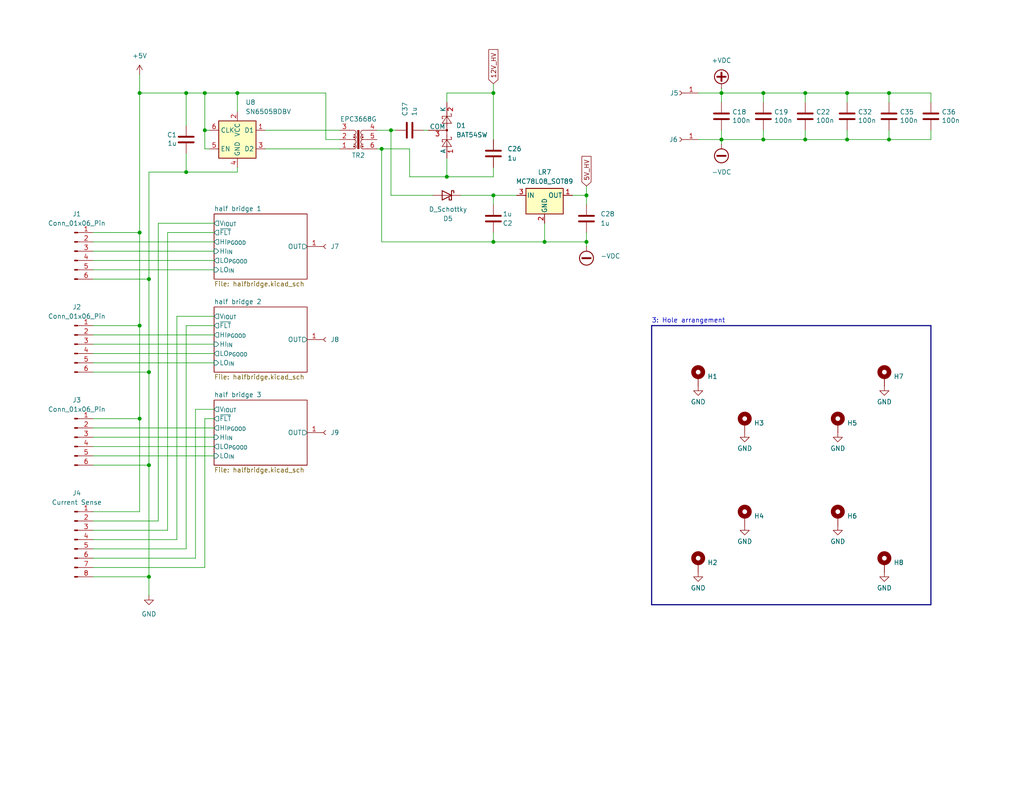
<source format=kicad_sch>
(kicad_sch (version 20231120) (generator "eeschema") (generator_version "8.0")
  (paper "A")
  (lib_symbols
    (symbol "Connector:Conn_01x01_Socket" (pin_names (offset 1.016) hide)
      (property "Reference" "J" (at 0 2.54 0))
      (property "Value" "Conn_01x01_Socket" (at 0 -2.54 0))
      (symbol "Conn_01x01_Socket_1_1"
        (polyline (pts (xy -1.27 0) (xy -0.508 0)) (stroke (width 0.1524)))
        (arc (start 0 0.508) (mid -0.5058 0) (end 0 -0.508) (stroke (width 0.1524)))
        (pin passive line (at -5.08 0 0) (length 3.81) (name "Pin_1") (number "1"))
      )
    )
    (symbol "Connector:Conn_01x06_Pin" (pin_names (offset 1.016) hide)
      (property "Reference" "J" (at 0 7.62 0))
      (property "Value" "Conn_01x06_Pin" (at 0 -10.16 0))
      (symbol "Conn_01x06_Pin_1_1"
        (polyline (pts (xy 1.27 -7.62) (xy 0.8636 -7.62)) (stroke (width 0.1524)))
        (polyline (pts (xy 1.27 -5.08) (xy 0.8636 -5.08)) (stroke (width 0.1524)))
        (polyline (pts (xy 1.27 -2.54) (xy 0.8636 -2.54)) (stroke (width 0.1524)))
        (polyline (pts (xy 1.27 0) (xy 0.8636 0)) (stroke (width 0.1524)))
        (polyline (pts (xy 1.27 2.54) (xy 0.8636 2.54)) (stroke (width 0.1524)))
        (polyline (pts (xy 1.27 5.08) (xy 0.8636 5.08)) (stroke (width 0.1524)))
        (rectangle (start 0.8636 -7.493) (end 0 -7.747) (stroke (width 0.1524)) (fill (type outline)))
        (rectangle (start 0.8636 -4.953) (end 0 -5.207) (stroke (width 0.1524)) (fill (type outline)))
        (rectangle (start 0.8636 -2.413) (end 0 -2.667) (stroke (width 0.1524)) (fill (type outline)))
        (rectangle (start 0.8636 0.127) (end 0 -0.127) (stroke (width 0.1524)) (fill (type outline)))
        (rectangle (start 0.8636 2.667) (end 0 2.413) (stroke (width 0.1524)) (fill (type outline)))
        (rectangle (start 0.8636 5.207) (end 0 4.953) (stroke (width 0.1524)) (fill (type outline)))
        (pin passive line (at 5.08 5.08 180) (length 3.81) (name "Pin_1") (number "1"))
        (pin passive line (at 5.08 2.54 180) (length 3.81) (name "Pin_2") (number "2"))
        (pin passive line (at 5.08 0 180) (length 3.81) (name "Pin_3") (number "3"))
        (pin passive line (at 5.08 -2.54 180) (length 3.81) (name "Pin_4") (number "4"))
        (pin passive line (at 5.08 -5.08 180) (length 3.81) (name "Pin_5") (number "5"))
        (pin passive line (at 5.08 -7.62 180) (length 3.81) (name "Pin_6") (number "6"))
      )
    )
    (symbol "Connector:Conn_01x08_Pin" (pin_names (offset 1.016) hide)
      (property "Reference" "J" (at 0 10.16 0))
      (property "Value" "Conn_01x08_Pin" (at 0 -12.7 0))
      (symbol "Conn_01x08_Pin_1_1"
        (polyline (pts (xy 1.27 -10.16) (xy 0.8636 -10.16)) (stroke (width 0.1524)))
        (polyline (pts (xy 1.27 -7.62) (xy 0.8636 -7.62)) (stroke (width 0.1524)))
        (polyline (pts (xy 1.27 -5.08) (xy 0.8636 -5.08)) (stroke (width 0.1524)))
        (polyline (pts (xy 1.27 -2.54) (xy 0.8636 -2.54)) (stroke (width 0.1524)))
        (polyline (pts (xy 1.27 0) (xy 0.8636 0)) (stroke (width 0.1524)))
        (polyline (pts (xy 1.27 2.54) (xy 0.8636 2.54)) (stroke (width 0.1524)))
        (polyline (pts (xy 1.27 5.08) (xy 0.8636 5.08)) (stroke (width 0.1524)))
        (polyline (pts (xy 1.27 7.62) (xy 0.8636 7.62)) (stroke (width 0.1524)))
        (rectangle (start 0.8636 -10.033) (end 0 -10.287) (stroke (width 0.1524)) (fill (type outline)))
        (rectangle (start 0.8636 -7.493) (end 0 -7.747) (stroke (width 0.1524)) (fill (type outline)))
        (rectangle (start 0.8636 -4.953) (end 0 -5.207) (stroke (width 0.1524)) (fill (type outline)))
        (rectangle (start 0.8636 -2.413) (end 0 -2.667) (stroke (width 0.1524)) (fill (type outline)))
        (rectangle (start 0.8636 0.127) (end 0 -0.127) (stroke (width 0.1524)) (fill (type outline)))
        (rectangle (start 0.8636 2.667) (end 0 2.413) (stroke (width 0.1524)) (fill (type outline)))
        (rectangle (start 0.8636 5.207) (end 0 4.953) (stroke (width 0.1524)) (fill (type outline)))
        (rectangle (start 0.8636 7.747) (end 0 7.493) (stroke (width 0.1524)) (fill (type outline)))
        (pin passive line (at 5.08 7.62 180) (length 3.81) (name "Pin_1") (number "1"))
        (pin passive line (at 5.08 5.08 180) (length 3.81) (name "Pin_2") (number "2"))
        (pin passive line (at 5.08 2.54 180) (length 3.81) (name "Pin_3") (number "3"))
        (pin passive line (at 5.08 0 180) (length 3.81) (name "Pin_4") (number "4"))
        (pin passive line (at 5.08 -2.54 180) (length 3.81) (name "Pin_5") (number "5"))
        (pin passive line (at 5.08 -5.08 180) (length 3.81) (name "Pin_6") (number "6"))
        (pin passive line (at 5.08 -7.62 180) (length 3.81) (name "Pin_7") (number "7"))
        (pin passive line (at 5.08 -10.16 180) (length 3.81) (name "Pin_8") (number "8"))
      )
    )
    (symbol "Device:C" (pin_numbers hide) (pin_names (offset 0.254))
      (property "Reference" "C" (at 0.635 2.54 0))
      (property "Value" "C" (at 0.635 -2.54 0))
      (symbol "C_0_1"
        (polyline (pts (xy -2.032 -0.762) (xy 2.032 -0.762)) (stroke (width 0.508)))
        (polyline (pts (xy -2.032 0.762) (xy 2.032 0.762)) (stroke (width 0.508)))
      )
      (symbol "C_1_1"
        (pin passive line (at 0 3.81 270) (length 2.794) (name "~") (number "1"))
        (pin passive line (at 0 -3.81 90) (length 2.794) (name "~") (number "2"))
      )
    )
    (symbol "Device:D_Schottky" (pin_numbers hide) (pin_names (offset 1.016) hide)
      (property "Reference" "D" (at 0 2.54 0))
      (property "Value" "D_Schottky" (at 0 -2.54 0))
      (symbol "D_Schottky_0_1"
        (polyline (pts (xy 1.27 0) (xy -1.27 0)))
        (polyline (pts (xy 1.27 1.27) (xy 1.27 -1.27) (xy -1.27 0) (xy 1.27 1.27)) (stroke (width 0.254)))
        (polyline (pts (xy -1.905 0.635) (xy -1.905 1.27) (xy -1.27 1.27) (xy -1.27 -1.27) (xy -0.635 -1.27) (xy -0.635 -0.635)) (stroke (width 0.254)))
      )
      (symbol "D_Schottky_1_1"
        (pin passive line (at -3.81 0 0) (length 2.54) (name "K") (number "1"))
        (pin passive line (at 3.81 0 180) (length 2.54) (name "A") (number "2"))
      )
    )
    (symbol "Diode:BAT54SW" (pin_names (offset 0))
      (property "Reference" "D" (at 0.635 -3.81 0))
      (property "Value" "BAT54SW" (at -6.35 3.175 0))
      (symbol "BAT54SW_0_1"
        (polyline (pts (xy -3.81 0) (xy -1.27 0)))
        (polyline (pts (xy -3.175 -1.27) (xy -3.175 -1.016)))
        (polyline (pts (xy -2.54 -1.27) (xy -3.175 -1.27)))
        (polyline (pts (xy -2.54 -1.27) (xy -2.54 1.27)))
        (polyline (pts (xy -2.54 1.27) (xy -1.905 1.27)))
        (polyline (pts (xy -1.905 0) (xy 1.905 0)))
        (polyline (pts (xy -1.905 1.27) (xy -1.905 1.016)))
        (polyline (pts (xy 1.27 0) (xy 3.81 0)))
        (polyline (pts (xy 3.175 -1.27) (xy 3.175 -1.016)))
        (polyline (pts (xy 3.81 -1.27) (xy 3.175 -1.27)))
        (polyline (pts (xy 3.81 -1.27) (xy 3.81 1.27)))
        (polyline (pts (xy 3.81 1.27) (xy 4.445 1.27)))
        (polyline (pts (xy 4.445 1.27) (xy 4.445 1.016)))
        (polyline (pts (xy -4.445 1.27) (xy -4.445 -1.27) (xy -2.54 0) (xy -4.445 1.27)))
        (polyline (pts (xy 1.905 1.27) (xy 1.905 -1.27) (xy 3.81 0) (xy 1.905 1.27)))
        (circle (center 0 0) (radius 0.254) (fill (type outline)))
      )
      (symbol "BAT54SW_1_1"
        (pin passive line (at -7.62 0 0) (length 3.81) (name "A") (number "1"))
        (pin passive line (at 7.62 0 180) (length 3.81) (name "K") (number "2"))
        (pin passive line (at 0 -5.08 90) (length 5.08) (name "COM") (number "3"))
      )
    )
    (symbol "Mechanical:MountingHole_Pad" (pin_numbers hide) (pin_names (offset 1.016) hide) (exclude_from_sim yes) (in_bom no)
      (property "Reference" "H" (at 0 6.35 0))
      (property "Value" "MountingHole_Pad" (at 0 4.445 0))
      (symbol "MountingHole_Pad_0_1"
        (circle (center 0 1.27) (radius 1.27) (stroke (width 1.27)))
      )
      (symbol "MountingHole_Pad_1_1"
        (pin input line (at 0 -2.54 90) (length 2.54) (name "1") (number "1"))
      )
    )
    (symbol "Power_Management:SN6505BDBV"
      (property "Reference" "U" (at -5.08 6.35 0))
      (property "Value" "SN6505BDBV" (at 7.62 6.35 0))
      (symbol "SN6505BDBV_0_1"
        (rectangle (start -5.08 5.08) (end 5.08 -5.08) (stroke (width 0.254)) (fill (type background)))
      )
      (symbol "SN6505BDBV_1_1"
        (pin open_collector line (at 7.62 2.54 180) (length 2.54) (name "D1") (number "1"))
        (pin power_in line (at 0 7.62 270) (length 2.54) (name "VCC") (number "2"))
        (pin open_collector line (at 7.62 -2.54 180) (length 2.54) (name "D2") (number "3"))
        (pin power_in line (at 0 -7.62 90) (length 2.54) (name "GND") (number "4"))
        (pin input line (at -7.62 -2.54 0) (length 2.54) (name "EN") (number "5"))
        (pin input line (at -7.62 2.54 0) (length 2.54) (name "CLK") (number "6"))
      )
    )
    (symbol "Regulator_Linear:MC78L08_SOT89" (pin_names (offset 0.254))
      (property "Reference" "U" (at -3.81 3.175 0))
      (property "Value" "MC78L08_SOT89" (at -0.635 3.175 0))
      (symbol "MC78L08_SOT89_0_1"
        (rectangle (start -5.08 1.905) (end 5.08 -5.08) (stroke (width 0.254)) (fill (type background)))
      )
      (symbol "MC78L08_SOT89_1_1"
        (pin power_out line (at 7.62 0 180) (length 2.54) (name "OUT") (number "1"))
        (pin power_in line (at 0 -7.62 90) (length 2.54) (name "GND") (number "2"))
        (pin power_in line (at -7.62 0 0) (length 2.54) (name "IN") (number "3"))
      )
    )
    (symbol "Transformer:Wuerth_750315371"
      (property "Reference" "TR" (at 0 5.08 0))
      (property "Value" "Wuerth_750315371" (at 0 -5.08 0))
      (symbol "Wuerth_750315371_0_1"
        (arc (start -1.27 -2.54) (mid -0.6377 -1.905) (end -1.27 -1.27))
        (arc (start -1.27 -1.27) (mid -0.6377 -0.635) (end -1.27 0))
        (rectangle (start -0.254 2.54) (end 0.254 -2.54) (stroke (width 0.0254)) (fill (type outline)))
        (polyline (pts (xy -2.54 -2.54) (xy -1.27 -2.54)))
        (polyline (pts (xy -2.54 0) (xy -1.27 0)))
        (polyline (pts (xy -2.54 2.54) (xy -1.27 2.54)))
        (polyline (pts (xy 1.27 -2.54) (xy 2.54 -2.54)))
        (polyline (pts (xy 1.27 0) (xy 2.54 0)))
        (polyline (pts (xy 1.27 2.54) (xy 2.54 2.54)))
      )
      (symbol "Wuerth_750315371_1_1"
        (arc (start -1.27 0) (mid -0.6377 0.635) (end -1.27 1.27))
        (arc (start -1.27 1.27) (mid -0.6377 1.905) (end -1.27 2.54))
        (circle (center -1.143 -0.635) (radius 0.127) (stroke (width 0.254)))
        (circle (center -1.143 1.905) (radius 0.127) (stroke (width 0.254)))
        (circle (center 1.143 -0.635) (radius 0.127) (stroke (width 0.254)))
        (circle (center 1.143 1.905) (radius 0.127) (stroke (width 0.254)))
        (arc (start 1.27 -1.27) (mid 0.6377 -1.905) (end 1.27 -2.54))
        (arc (start 1.27 0) (mid 0.6377 -0.635) (end 1.27 -1.27))
        (arc (start 1.27 1.27) (mid 0.6377 0.635) (end 1.27 0))
        (arc (start 1.27 2.54) (mid 0.6377 1.905) (end 1.27 1.27))
        (pin passive line (at -5.08 2.54 0) (length 2.54) (name "~") (number "1"))
        (pin passive line (at -5.08 0 0) (length 2.54) (name "~") (number "2"))
        (pin passive line (at -5.08 -2.54 0) (length 2.54) (name "~") (number "3"))
        (pin passive line (at 5.08 -2.54 180) (length 2.54) (name "~") (number "4"))
        (pin passive line (at 5.08 0 180) (length 2.54) (name "~") (number "5"))
        (pin passive line (at 5.08 2.54 180) (length 2.54) (name "~") (number "6"))
      )
    )
    (symbol "power:+5V" (power) (pin_numbers hide) (pin_names (offset 0) hide)
      (property "Value" "+5V" (at 0 3.556 0))
      (symbol "+5V_0_1"
        (polyline (pts (xy -0.762 1.27) (xy 0 2.54)))
        (polyline (pts (xy 0 0) (xy 0 2.54)))
        (polyline (pts (xy 0 2.54) (xy 0.762 1.27)))
      )
      (symbol "+5V_1_1"
        (pin power_in line (at 0 0 90) (length 0) (name "~") (number "1"))
      )
    )
    (symbol "power:+VDC" (power) (pin_numbers hide) (pin_names (offset 0) hide)
      (property "Value" "+VDC" (at 0 6.35 0))
      (symbol "+VDC_0_1"
        (polyline (pts (xy -1.143 3.175) (xy 1.143 3.175)) (stroke (width 0.508)))
        (polyline (pts (xy 0 0) (xy 0 1.27)))
        (polyline (pts (xy 0 2.032) (xy 0 4.318)) (stroke (width 0.508)))
        (circle (center 0 3.175) (radius 1.905) (stroke (width 0.254)))
      )
      (symbol "+VDC_1_1"
        (pin power_in line (at 0 0 90) (length 0) (name "~") (number "1"))
      )
    )
    (symbol "power:-VDC" (power) (pin_numbers hide) (pin_names (offset 0) hide)
      (property "Value" "-VDC" (at 0 6.35 0))
      (symbol "-VDC_0_1"
        (polyline (pts (xy -1.143 3.175) (xy 1.143 3.175)) (stroke (width 0.508)))
        (polyline (pts (xy 0 0) (xy 0 1.27)))
        (circle (center 0 3.175) (radius 1.905) (stroke (width 0.254)))
      )
      (symbol "-VDC_1_1"
        (pin power_in line (at 0 0 90) (length 0) (name "~") (number "1"))
      )
    )
    (symbol "power:GND" (power) (pin_numbers hide) (pin_names (offset 0) hide)
      (property "Value" "GND" (at 0 -3.81 0))
      (symbol "GND_0_1"
        (polyline (pts (xy 0 0) (xy 0 -1.27) (xy 1.27 -1.27) (xy 0 -2.54) (xy -1.27 -1.27) (xy 0 -1.27)))
      )
      (symbol "GND_1_1"
        (pin power_in line (at 0 0 270) (length 0) (name "~") (number "1"))
      )
    )
  )
  (junction (at 242.57 25.4))
  (junction (at 231.14 25.4))
  (junction (at 40.64 157.48))
  (junction (at 38.1 88.9))
  (junction (at 38.1 25.4))
  (junction (at 50.8 46.99))
  (junction (at 196.85 38.1))
  (junction (at 134.62 25.4))
  (junction (at 160.02 53.34))
  (junction (at 219.71 25.4))
  (junction (at 55.88 25.4))
  (junction (at 64.77 25.4))
  (junction (at 196.85 25.4))
  (junction (at 208.28 25.4))
  (junction (at 160.02 66.04))
  (junction (at 219.71 38.1))
  (junction (at 106.68 35.56))
  (junction (at 231.14 38.1))
  (junction (at 40.64 76.2))
  (junction (at 134.62 53.34))
  (junction (at 55.88 35.56))
  (junction (at 121.92 48.26))
  (junction (at 38.1 114.3))
  (junction (at 38.1 63.5))
  (junction (at 134.62 66.04))
  (junction (at 40.64 127))
  (junction (at 104.14 40.64))
  (junction (at 242.57 38.1))
  (junction (at 40.64 101.6))
  (junction (at 148.59 66.04))
  (junction (at 208.28 38.1))
  (junction (at 50.8 25.4))
  (wire (pts (xy 254 27.94) (xy 254 25.4)))
  (wire (pts (xy 160.02 63.5) (xy 160.02 66.04)))
  (wire (pts (xy 25.4 71.12) (xy 58.42 71.12)))
  (wire (pts (xy 38.1 63.5) (xy 38.1 88.9)))
  (wire (pts (xy 25.4 144.78) (xy 45.72 144.78)))
  (wire (pts (xy 231.14 25.4) (xy 242.57 25.4)))
  (wire (pts (xy 231.14 35.56) (xy 231.14 38.1)))
  (wire (pts (xy 25.4 116.84) (xy 58.42 116.84)))
  (wire (pts (xy 50.8 88.9) (xy 50.8 149.86)))
  (wire (pts (xy 50.8 46.99) (xy 64.77 46.99)))
  (wire (pts (xy 134.62 63.5) (xy 134.62 66.04)))
  (wire (pts (xy 25.4 73.66) (xy 58.42 73.66)))
  (wire (pts (xy 160.02 50.8) (xy 160.02 53.34)))
  (wire (pts (xy 208.28 38.1) (xy 219.71 38.1)))
  (wire (pts (xy 104.14 40.64) (xy 104.14 66.04)))
  (wire (pts (xy 242.57 35.56) (xy 242.57 38.1)))
  (wire (pts (xy 64.77 45.72) (xy 64.77 46.99)))
  (wire (pts (xy 121.92 27.94) (xy 121.92 25.4)))
  (wire (pts (xy 25.4 88.9) (xy 38.1 88.9)))
  (wire (pts (xy 53.34 111.76) (xy 58.42 111.76)))
  (wire (pts (xy 104.14 40.64) (xy 111.76 40.64)))
  (wire (pts (xy 111.76 40.64) (xy 111.76 48.26)))
  (wire (pts (xy 38.1 139.7) (xy 25.4 139.7)))
  (wire (pts (xy 40.64 76.2) (xy 25.4 76.2)))
  (wire (pts (xy 25.4 119.38) (xy 58.42 119.38)))
  (wire (pts (xy 242.57 25.4) (xy 254 25.4)))
  (wire (pts (xy 55.88 35.56) (xy 55.88 25.4)))
  (wire (pts (xy 121.92 25.4) (xy 134.62 25.4)))
  (wire (pts (xy 45.72 63.5) (xy 58.42 63.5)))
  (wire (pts (xy 57.15 35.56) (xy 55.88 35.56)))
  (wire (pts (xy 48.26 86.36) (xy 48.26 147.32)))
  (wire (pts (xy 196.85 25.4) (xy 196.85 27.94)))
  (wire (pts (xy 219.71 25.4) (xy 219.71 27.94)))
  (bus (pts (xy 254 165.1) (xy 254 88.9)))
  (wire (pts (xy 40.64 157.48) (xy 40.64 162.56)))
  (wire (pts (xy 48.26 86.36) (xy 58.42 86.36)))
  (wire (pts (xy 58.42 114.3) (xy 55.88 114.3)))
  (wire (pts (xy 125.73 53.34) (xy 134.62 53.34)))
  (wire (pts (xy 88.9 38.1) (xy 88.9 25.4)))
  (wire (pts (xy 40.64 127) (xy 40.64 101.6)))
  (wire (pts (xy 43.18 60.96) (xy 58.42 60.96)))
  (wire (pts (xy 231.14 38.1) (xy 242.57 38.1)))
  (wire (pts (xy 134.62 25.4) (xy 134.62 38.1)))
  (wire (pts (xy 242.57 38.1) (xy 254 38.1)))
  (wire (pts (xy 25.4 68.58) (xy 58.42 68.58)))
  (wire (pts (xy 55.88 114.3) (xy 55.88 154.94)))
  (wire (pts (xy 208.28 35.56) (xy 208.28 38.1)))
  (bus (pts (xy 177.8 165.1) (xy 254 165.1)))
  (wire (pts (xy 102.87 40.64) (xy 104.14 40.64)))
  (wire (pts (xy 106.68 35.56) (xy 107.95 35.56)))
  (wire (pts (xy 160.02 66.04) (xy 160.02 67.31)))
  (bus (pts (xy 254 88.9) (xy 177.8 88.9)))
  (wire (pts (xy 38.1 114.3) (xy 38.1 139.7)))
  (wire (pts (xy 64.77 25.4) (xy 64.77 30.48)))
  (wire (pts (xy 25.4 127) (xy 40.64 127)))
  (wire (pts (xy 50.8 25.4) (xy 55.88 25.4)))
  (wire (pts (xy 134.62 66.04) (xy 148.59 66.04)))
  (wire (pts (xy 88.9 38.1) (xy 92.71 38.1)))
  (wire (pts (xy 40.64 157.48) (xy 40.64 127)))
  (wire (pts (xy 25.4 121.92) (xy 58.42 121.92)))
  (wire (pts (xy 38.1 88.9) (xy 38.1 114.3)))
  (wire (pts (xy 160.02 53.34) (xy 160.02 55.88)))
  (wire (pts (xy 88.9 25.4) (xy 64.77 25.4)))
  (wire (pts (xy 25.4 152.4) (xy 53.34 152.4)))
  (wire (pts (xy 134.62 45.72) (xy 134.62 48.26)))
  (wire (pts (xy 219.71 38.1) (xy 231.14 38.1)))
  (wire (pts (xy 25.4 91.44) (xy 58.42 91.44)))
  (wire (pts (xy 25.4 93.98) (xy 58.42 93.98)))
  (wire (pts (xy 38.1 25.4) (xy 38.1 63.5)))
  (wire (pts (xy 25.4 154.94) (xy 55.88 154.94)))
  (wire (pts (xy 219.71 35.56) (xy 219.71 38.1)))
  (wire (pts (xy 40.64 46.99) (xy 50.8 46.99)))
  (wire (pts (xy 25.4 66.04) (xy 58.42 66.04)))
  (wire (pts (xy 25.4 99.06) (xy 58.42 99.06)))
  (wire (pts (xy 55.88 25.4) (xy 64.77 25.4)))
  (wire (pts (xy 134.62 53.34) (xy 134.62 55.88)))
  (wire (pts (xy 190.5 38.1) (xy 196.85 38.1)))
  (wire (pts (xy 50.8 41.91) (xy 50.8 46.99)))
  (wire (pts (xy 219.71 25.4) (xy 231.14 25.4)))
  (wire (pts (xy 72.39 35.56) (xy 92.71 35.56)))
  (wire (pts (xy 72.39 40.64) (xy 92.71 40.64)))
  (wire (pts (xy 196.85 24.13) (xy 196.85 25.4)))
  (wire (pts (xy 115.57 35.56) (xy 116.84 35.56)))
  (wire (pts (xy 40.64 76.2) (xy 40.64 46.99)))
  (wire (pts (xy 196.85 38.1) (xy 196.85 39.37)))
  (wire (pts (xy 148.59 66.04) (xy 160.02 66.04)))
  (wire (pts (xy 242.57 27.94) (xy 242.57 25.4)))
  (wire (pts (xy 40.64 76.2) (xy 40.64 101.6)))
  (wire (pts (xy 57.15 40.64) (xy 55.88 40.64)))
  (wire (pts (xy 196.85 35.56) (xy 196.85 38.1)))
  (wire (pts (xy 208.28 25.4) (xy 208.28 27.94)))
  (wire (pts (xy 208.28 38.1) (xy 196.85 38.1)))
  (wire (pts (xy 50.8 25.4) (xy 50.8 34.29)))
  (wire (pts (xy 45.72 63.5) (xy 45.72 144.78)))
  (wire (pts (xy 25.4 96.52) (xy 58.42 96.52)))
  (wire (pts (xy 190.5 25.4) (xy 196.85 25.4)))
  (wire (pts (xy 38.1 25.4) (xy 50.8 25.4)))
  (wire (pts (xy 156.21 53.34) (xy 160.02 53.34)))
  (wire (pts (xy 148.59 60.96) (xy 148.59 66.04)))
  (wire (pts (xy 40.64 101.6) (xy 25.4 101.6)))
  (wire (pts (xy 38.1 20.32) (xy 38.1 25.4)))
  (wire (pts (xy 25.4 142.24) (xy 43.18 142.24)))
  (wire (pts (xy 102.87 35.56) (xy 106.68 35.56)))
  (wire (pts (xy 111.76 48.26) (xy 121.92 48.26)))
  (wire (pts (xy 53.34 111.76) (xy 53.34 152.4)))
  (bus (pts (xy 177.8 88.9) (xy 177.8 165.1)))
  (wire (pts (xy 50.8 88.9) (xy 58.42 88.9)))
  (wire (pts (xy 55.88 35.56) (xy 55.88 40.64)))
  (wire (pts (xy 134.62 53.34) (xy 140.97 53.34)))
  (wire (pts (xy 40.64 157.48) (xy 25.4 157.48)))
  (wire (pts (xy 208.28 25.4) (xy 196.85 25.4)))
  (wire (pts (xy 106.68 53.34) (xy 106.68 35.56)))
  (wire (pts (xy 106.68 53.34) (xy 118.11 53.34)))
  (wire (pts (xy 25.4 114.3) (xy 38.1 114.3)))
  (wire (pts (xy 104.14 66.04) (xy 134.62 66.04)))
  (wire (pts (xy 25.4 63.5) (xy 38.1 63.5)))
  (wire (pts (xy 25.4 124.46) (xy 58.42 124.46)))
  (wire (pts (xy 231.14 25.4) (xy 231.14 27.94)))
  (wire (pts (xy 25.4 147.32) (xy 48.26 147.32)))
  (wire (pts (xy 208.28 25.4) (xy 219.71 25.4)))
  (wire (pts (xy 43.18 60.96) (xy 43.18 142.24)))
  (wire (pts (xy 254 35.56) (xy 254 38.1)))
  (wire (pts (xy 134.62 22.86) (xy 134.62 25.4)))
  (wire (pts (xy 121.92 48.26) (xy 134.62 48.26)))
  (wire (pts (xy 121.92 43.18) (xy 121.92 48.26)))
  (wire (pts (xy 25.4 149.86) (xy 50.8 149.86)))
  (text "3: Hole arrangement" (at 177.8 87.63 0) (effects (font (size 1.27 1.27)) (justify left)))
  (global_label "12V_HV" (shape input) (at 134.62 22.86 90) (property "Intersheetrefs" "${INTERSHEET_REFS}" (effects (hide yes))))
  (global_label "5V_HV" (shape input) (at 160.02 50.8 90) (property "Intersheetrefs" "${INTERSHEET_REFS}" (effects (hide yes))))
  (symbol (lib_id "power:GND") (at 203.2 143.51 0) (unit 1)
    (property "Reference" "#PWR024" (effects (hide yes)))
    (property "Value" "GND" (at 203.2 147.828 0))
    (property "Description" "Power symbol creates a global label with name \"GND\" , ground" (effects (hide yes)))
  )
  (symbol (lib_id "Power_Management:SN6505BDBV") (at 64.77 38.1 0) (unit 1)
    (property "Reference" "U8" (at 66.9641 27.94 0) (effects (justify left)))
    (property "Value" "SN6505BDBV" (at 66.9641 30.48 0) (effects (justify left)))
    (property "Footprint" "Package_TO_SOT_SMD:SOT-23-6" (effects (hide yes)))
    (property "Datasheet" "http://www.ti.com/lit/ds/symlink/sn6505b.pdf" (effects (hide yes)))
    (property "Description" "Low Noise, 1A, Transformer Drivers for Isolated Power Supplies, 420 kHz, SOT-23-6" (effects (hide yes)))
  )
  (symbol (lib_id "power:-VDC") (at 196.85 39.37 180) (unit 1)
    (property "Reference" "#PWR029" (effects (hide yes)))
    (property "Value" "-VDC" (at 196.85 46.99 0))
    (property "Description" "Power symbol creates a global label with name \"-VDC\"" (effects (hide yes)))
  )
  (symbol (lib_id "Device:D_Schottky") (at 121.92 53.34 0) (mirror y) (unit 1)
    (property "Reference" "D5" (at 122.2375 59.69 0))
    (property "Value" "D_Schottky" (at 122.2375 57.15 0))
    (property "Footprint" "Diode_SMD:D_SOD-123" (effects (hide yes)))
    (property "Description" "Schottky diode" (effects (hide yes)))
  )
  (symbol (lib_id "Mechanical:MountingHole_Pad") (at 190.5 153.67 0) (unit 1)
    (property "Reference" "H2" (at 193.04 153.5938 0) (effects (justify left)))
    (property "Value" "MountingHole_Pad" (effects (hide yes)))
    (property "Footprint" "MountingHole:MountingHole_3.2mm_M3_Pad_Via" (effects (hide yes)))
  )
  (symbol (lib_id "Mechanical:MountingHole_Pad") (at 190.5 102.87 0) (unit 1)
    (property "Reference" "H1" (at 193.04 102.7938 0) (effects (justify left)))
    (property "Value" "MountingHole_Pad" (effects (hide yes)))
    (property "Footprint" "MountingHole:MountingHole_3.2mm_M3_Pad_Via" (effects (hide yes)))
  )
  (symbol (lib_id "Mechanical:MountingHole_Pad") (at 241.3 153.67 0) (unit 1)
    (property "Reference" "H8" (at 243.84 153.5938 0) (effects (justify left)))
    (property "Value" "MountingHole_Pad" (effects (hide yes)))
    (property "Footprint" "MountingHole:MountingHole_3.2mm_M3_Pad_Via" (effects (hide yes)))
  )
  (symbol (lib_id "Device:C") (at 196.85 31.75 180) (unit 1)
    (property "Reference" "C18" (at 199.771 30.5816 0) (effects (justify right)))
    (property "Value" "100n" (at 199.771 32.893 0) (effects (justify right)))
    (property "Footprint" "Capacitor_SMD:C_1812_4532Metric" (effects (hide yes)))
  )
  (symbol (lib_id "power:+5V") (at 38.1 20.32 0) (unit 1)
    (property "Reference" "#PWR046" (effects (hide yes)))
    (property "Value" "+5V" (at 38.1 15.24 0))
    (property "Description" "Power symbol creates a global label with name \"+5V\"" (effects (hide yes)))
  )
  (symbol (lib_id "power:-VDC") (at 160.02 67.31 180) (unit 1)
    (property "Reference" "#PWR047" (effects (hide yes)))
    (property "Value" "-VDC" (at 163.83 69.9134 0) (effects (justify right)))
    (property "Description" "Power symbol creates a global label with name \"-VDC\"" (effects (hide yes)))
  )
  (symbol (lib_id "Device:C") (at 219.71 31.75 180) (unit 1)
    (property "Reference" "C22" (at 222.631 30.5816 0) (effects (justify right)))
    (property "Value" "100n" (at 222.631 32.893 0) (effects (justify right)))
    (property "Footprint" "Capacitor_SMD:C_1812_4532Metric" (effects (hide yes)))
  )
  (symbol (lib_id "Device:C") (at 208.28 31.75 180) (unit 1)
    (property "Reference" "C19" (at 211.201 30.5816 0) (effects (justify right)))
    (property "Value" "100n" (at 211.201 32.893 0) (effects (justify right)))
    (property "Footprint" "Capacitor_SMD:C_1812_4532Metric" (effects (hide yes)))
  )
  (symbol (lib_id "power:+VDC") (at 196.85 24.13 0) (unit 1)
    (property "Reference" "#PWR020" (effects (hide yes)))
    (property "Value" "+VDC" (at 196.85 16.51 0))
    (property "Description" "Power symbol creates a global label with name \"+VDC\"" (effects (hide yes)))
  )
  (symbol (lib_id "Device:C") (at 111.76 35.56 90) (unit 1)
    (property "Reference" "C37" (at 110.4899 31.75 0) (effects (justify left)))
    (property "Value" "1u" (at 113.0299 31.75 0) (effects (justify left)))
    (property "Footprint" "Capacitor_SMD:C_0603_1608Metric" (effects (hide yes)))
    (property "Description" "Unpolarized capacitor" (effects (hide yes)))
  )
  (symbol (lib_id "power:GND") (at 203.2 118.11 0) (unit 1)
    (property "Reference" "#PWR023" (effects (hide yes)))
    (property "Value" "GND" (at 203.2 122.428 0))
    (property "Description" "Power symbol creates a global label with name \"GND\" , ground" (effects (hide yes)))
  )
  (symbol (lib_id "Connector:Conn_01x01_Socket") (at 88.9 118.11 0) (unit 1)
    (property "Reference" "J9" (at 90.17 118.1099 0) (effects (justify left)))
    (property "Value" "Conn_01x01_Socket" (effects (hide yes)))
    (property "Footprint" "TerminalBlock_MetzConnect:TerminalBlock_MetzConnect_360425_1x01_Horizontal_ScrewM4.0_Boxed" (effects (hide yes)))
    (property "Description" "Generic connector, single row, 01x01, script generated" (effects (hide yes)))
  )
  (symbol (lib_id "Connector:Conn_01x06_Pin") (at 20.32 93.98 0) (unit 1)
    (property "Reference" "J2" (at 20.955 83.82 0))
    (property "Value" "Conn_01x06_Pin" (at 20.955 86.36 0))
    (property "Footprint" "Connector_Molex:Molex_PicoBlade_53047-0610_1x06_P1.25mm_Vertical" (effects (hide yes)))
    (property "Description" "Generic connector, single row, 01x06, script generated" (effects (hide yes)))
  )
  (symbol (lib_id "Device:C") (at 134.62 41.91 0) (unit 1)
    (property "Reference" "C26" (at 138.43 40.6399 0) (effects (justify left)))
    (property "Value" "1u" (at 138.43 43.1799 0) (effects (justify left)))
    (property "Footprint" "Capacitor_SMD:C_0603_1608Metric" (effects (hide yes)))
    (property "Description" "Unpolarized capacitor" (effects (hide yes)))
  )
  (symbol (lib_id "Device:C") (at 242.57 31.75 180) (unit 1)
    (property "Reference" "C35" (at 245.491 30.5816 0) (effects (justify right)))
    (property "Value" "100n" (at 245.491 32.893 0) (effects (justify right)))
    (property "Footprint" "Capacitor_SMD:C_1812_4532Metric" (effects (hide yes)))
  )
  (symbol (lib_id "Mechanical:MountingHole_Pad") (at 203.2 140.97 0) (unit 1)
    (property "Reference" "H4" (at 205.74 140.8938 0) (effects (justify left)))
    (property "Value" "MountingHole_Pad" (effects (hide yes)))
    (property "Footprint" "MountingHole:MountingHole_5.5mm_Pad_Via" (effects (hide yes)))
  )
  (symbol (lib_id "Connector:Conn_01x08_Pin") (at 20.32 147.32 0) (unit 1)
    (property "Reference" "J4" (at 20.955 134.62 0))
    (property "Value" "Current Sense" (at 20.955 137.16 0))
    (property "Footprint" "Connector_Molex:Molex_PicoBlade_53047-0810_1x08_P1.25mm_Vertical" (effects (hide yes)))
    (property "Description" "Generic connector, single row, 01x08, script generated" (effects (hide yes)))
  )
  (symbol (lib_id "power:GND") (at 241.3 156.21 0) (unit 1)
    (property "Reference" "#PWR028" (effects (hide yes)))
    (property "Value" "GND" (at 241.3 160.528 0))
    (property "Description" "Power symbol creates a global label with name \"GND\" , ground" (effects (hide yes)))
  )
  (symbol (lib_id "Mechanical:MountingHole_Pad") (at 241.3 102.87 0) (unit 1)
    (property "Reference" "H7" (at 243.84 102.7938 0) (effects (justify left)))
    (property "Value" "MountingHole_Pad" (effects (hide yes)))
    (property "Footprint" "MountingHole:MountingHole_3.2mm_M3_Pad_Via" (effects (hide yes)))
  )
  (symbol (lib_id "Device:C") (at 254 31.75 180) (unit 1)
    (property "Reference" "C36" (at 256.921 30.5816 0) (effects (justify right)))
    (property "Value" "100n" (at 256.921 32.893 0) (effects (justify right)))
    (property "Footprint" "Capacitor_SMD:C_1812_4532Metric" (effects (hide yes)))
  )
  (symbol (lib_id "Connector:Conn_01x06_Pin") (at 20.32 68.58 0) (unit 1)
    (property "Reference" "J1" (at 20.955 58.42 0))
    (property "Value" "Conn_01x06_Pin" (at 20.955 60.96 0))
    (property "Footprint" "Connector_Molex:Molex_PicoBlade_53047-0610_1x06_P1.25mm_Vertical" (effects (hide yes)))
    (property "Description" "Generic connector, single row, 01x06, script generated" (effects (hide yes)))
  )
  (symbol (lib_id "power:GND") (at 228.6 143.51 0) (unit 1)
    (property "Reference" "#PWR026" (effects (hide yes)))
    (property "Value" "GND" (at 228.6 147.828 0))
    (property "Description" "Power symbol creates a global label with name \"GND\" , ground" (effects (hide yes)))
  )
  (symbol (lib_id "Connector:Conn_01x01_Socket") (at 88.9 92.71 0) (unit 1)
    (property "Reference" "J8" (at 90.17 92.7099 0) (effects (justify left)))
    (property "Value" "Conn_01x01_Socket" (effects (hide yes)))
    (property "Footprint" "TerminalBlock_MetzConnect:TerminalBlock_MetzConnect_360425_1x01_Horizontal_ScrewM4.0_Boxed" (effects (hide yes)))
    (property "Description" "Generic connector, single row, 01x01, script generated" (effects (hide yes)))
  )
  (symbol (lib_id "Mechanical:MountingHole_Pad") (at 228.6 115.57 0) (unit 1)
    (property "Reference" "H5" (at 231.14 115.4938 0) (effects (justify left)))
    (property "Value" "MountingHole_Pad" (effects (hide yes)))
    (property "Footprint" "MountingHole:MountingHole_5.5mm_Pad_Via" (effects (hide yes)))
  )
  (symbol (lib_id "Diode:BAT54SW") (at 121.92 35.56 270) (mirror x) (unit 1)
    (property "Reference" "D1" (at 124.46 34.2899 90) (effects (justify left)))
    (property "Value" "BAT54SW" (at 124.46 36.8299 90) (effects (justify left)))
    (property "Footprint" "Package_TO_SOT_SMD:SOT-323_SC-70" (effects (hide yes)))
    (property "Datasheet" "https://assets.nexperia.com/documents/data-sheet/BAT54W_SER.pdf" (effects (hide yes)))
    (property "Description" "Vr 30V, If 200mA, Dual schottky barrier diode, in series, SOT-323" (effects (hide yes)))
  )
  (symbol (lib_id "Connector:Conn_01x01_Socket") (at 185.42 25.4 0) (mirror y) (unit 1)
    (property "Reference" "J5" (at 185.166 25.3999 0) (effects (justify left)))
    (property "Value" "Conn_01x01_Socket" (effects (hide yes)))
    (property "Footprint" "TerminalBlock_MetzConnect:TerminalBlock_MetzConnect_360425_1x01_Horizontal_ScrewM4.0_Boxed" (effects (hide yes)))
    (property "Description" "Generic connector, single row, 01x01, script generated" (effects (hide yes)))
  )
  (symbol (lib_id "Mechanical:MountingHole_Pad") (at 203.2 115.57 0) (unit 1)
    (property "Reference" "H3" (at 205.74 115.4938 0) (effects (justify left)))
    (property "Value" "MountingHole_Pad" (effects (hide yes)))
    (property "Footprint" "MountingHole:MountingHole_5.5mm_Pad_Via" (effects (hide yes)))
  )
  (symbol (lib_id "Device:C") (at 50.8 38.1 0) (mirror x) (unit 1)
    (property "Reference" "C1" (at 48.26 36.83 0) (effects (justify right)))
    (property "Value" "1u" (at 48.26 39.1414 0) (effects (justify right)))
    (property "Footprint" "Capacitor_SMD:C_0603_1608Metric" (effects (hide yes)))
  )
  (symbol (lib_id "Regulator_Linear:MC78L08_SOT89") (at 148.59 53.34 0) (unit 1)
    (property "Reference" "LR7" (at 148.59 46.99 0))
    (property "Value" "MC78L08_SOT89" (at 148.59 49.53 0))
    (property "Footprint" "Package_TO_SOT_SMD:SOT-89-3" (effects (hide yes)))
    (property "Datasheet" "https://www.onsemi.com/pub/Collateral/MC78L00A-D.PDF" (effects (hide yes)))
    (property "Description" "Positive 100mA 30V Linear Regulator, Fixed Output 8V, SOT-89" (effects (hide yes)))
  )
  (symbol (lib_id "power:GND") (at 228.6 118.11 0) (unit 1)
    (property "Reference" "#PWR025" (effects (hide yes)))
    (property "Value" "GND" (at 228.6 122.428 0))
    (property "Description" "Power symbol creates a global label with name \"GND\" , ground" (effects (hide yes)))
  )
  (symbol (lib_id "power:GND") (at 40.64 162.56 0) (unit 1)
    (property "Reference" "#PWR048" (effects (hide yes)))
    (property "Value" "GND" (at 40.64 167.64 0))
    (property "Description" "Power symbol creates a global label with name \"GND\" , ground" (effects (hide yes)))
  )
  (symbol (lib_id "power:GND") (at 190.5 105.41 0) (unit 1)
    (property "Reference" "#PWR018" (effects (hide yes)))
    (property "Value" "GND" (at 190.5 109.728 0))
    (property "Description" "Power symbol creates a global label with name \"GND\" , ground" (effects (hide yes)))
  )
  (symbol (lib_id "Connector:Conn_01x01_Socket") (at 185.42 38.1 0) (mirror y) (unit 1)
    (property "Reference" "J6" (at 183.769 38.1 0))
    (property "Value" "Conn_01x01_Socket" (effects (hide yes)))
    (property "Footprint" "TerminalBlock_MetzConnect:TerminalBlock_MetzConnect_360425_1x01_Horizontal_ScrewM4.0_Boxed" (effects (hide yes)))
    (property "Description" "Generic connector, single row, 01x01, script generated" (effects (hide yes)))
  )
  (symbol (lib_id "Connector:Conn_01x06_Pin") (at 20.32 119.38 0) (unit 1)
    (property "Reference" "J3" (at 20.955 109.22 0))
    (property "Value" "Conn_01x06_Pin" (at 20.955 111.76 0))
    (property "Footprint" "Connector_Molex:Molex_PicoBlade_53047-0610_1x06_P1.25mm_Vertical" (effects (hide yes)))
    (property "Description" "Generic connector, single row, 01x06, script generated" (effects (hide yes)))
  )
  (symbol (lib_id "Device:C") (at 134.62 59.69 0) (mirror x) (unit 1)
    (property "Reference" "C2" (at 137.16 60.96 0) (effects (justify left)))
    (property "Value" "1u" (at 137.16 58.42 0) (effects (justify left)))
    (property "Footprint" "Capacitor_SMD:C_0603_1608Metric" (effects (hide yes)))
    (property "Description" "Unpolarized capacitor" (effects (hide yes)))
  )
  (symbol (lib_id "Connector:Conn_01x01_Socket") (at 88.9 67.31 0) (unit 1)
    (property "Reference" "J7" (at 90.17 67.3099 0) (effects (justify left)))
    (property "Value" "Conn_01x01_Socket" (effects (hide yes)))
    (property "Footprint" "TerminalBlock_MetzConnect:TerminalBlock_MetzConnect_360425_1x01_Horizontal_ScrewM4.0_Boxed" (effects (hide yes)))
    (property "Description" "Generic connector, single row, 01x01, script generated" (effects (hide yes)))
  )
  (symbol (lib_id "power:GND") (at 190.5 156.21 0) (unit 1)
    (property "Reference" "#PWR022" (effects (hide yes)))
    (property "Value" "GND" (at 190.5 160.528 0))
    (property "Description" "Power symbol creates a global label with name \"GND\" , ground" (effects (hide yes)))
  )
  (symbol (lib_id "power:GND") (at 241.3 105.41 0) (unit 1)
    (property "Reference" "#PWR027" (effects (hide yes)))
    (property "Value" "GND" (at 241.3 109.728 0))
    (property "Description" "Power symbol creates a global label with name \"GND\" , ground" (effects (hide yes)))
  )
  (symbol (lib_id "Device:C") (at 231.14 31.75 180) (unit 1)
    (property "Reference" "C32" (at 234.061 30.5816 0) (effects (justify right)))
    (property "Value" "100n" (at 234.061 32.893 0) (effects (justify right)))
    (property "Footprint" "Capacitor_SMD:C_1812_4532Metric" (effects (hide yes)))
  )
  (symbol (lib_id "Device:C") (at 160.02 59.69 0) (unit 1)
    (property "Reference" "C28" (at 163.83 58.4199 0) (effects (justify left)))
    (property "Value" "1u" (at 163.83 60.9599 0) (effects (justify left)))
    (property "Footprint" "Capacitor_SMD:C_0603_1608Metric" (effects (hide yes)))
    (property "Description" "Unpolarized capacitor" (effects (hide yes)))
  )
  (symbol (lib_id "Transformer:Wuerth_750315371") (at 97.79 38.1 0) (mirror x) (unit 1)
    (property "Reference" "TR2" (at 97.79 42.418 0))
    (property "Value" "EPC3668G" (at 97.79 32.512 0))
    (property "Footprint" "Transformer_SMD:Pulse_PA2004NL" (effects (hide yes)))
    (property "Datasheet" "https://www.pca.com/datasheets/EPC3668G-LF.pdf" (effects (hide yes)))
    (property "Description" "5V, 1A , 320 - 480kHz, 1:1.1, Center Tapped, SMD" (effects (hide yes)))
  )
  (symbol (lib_id "Mechanical:MountingHole_Pad") (at 228.6 140.97 0) (unit 1)
    (property "Reference" "H6" (at 231.14 140.8938 0) (effects (justify left)))
    (property "Value" "MountingHole_Pad" (effects (hide yes)))
    (property "Footprint" "MountingHole:MountingHole_5.5mm_Pad_Via" (effects (hide yes)))
  )
  (sheet (at 58.42 58.42) (size 25.4 17.78) (stroke (width 0.1524))
    (property "Sheetname" "half bridge 1" (at 58.42 57.7084 0) (effects (justify left bottom)))
    (property "Sheetfile" "halfbridge.kicad_sch" (at 58.42 76.7846 0) (effects (justify left top)))
    (pin "OUT" output (at 83.82 67.31 0))
    (pin "HI_{IN}" input (at 58.42 68.58 180))
    (pin "HI_{PGOOD}" output (at 58.42 66.04 180))
    (pin "LO_{IN}" input (at 58.42 73.66 180))
    (pin "LO_{PGOOD}" output (at 58.42 71.12 180))
    (pin "V_{IOUT}" output (at 58.42 60.96 180))
    (pin "~{FLT}" output (at 58.42 63.5 180))
  )
  (sheet (at 58.42 109.22) (size 25.4 17.78) (stroke (width 0.1524))
    (property "Sheetname" "half bridge 3" (at 58.42 108.5084 0) (effects (justify left bottom)))
    (property "Sheetfile" "halfbridge.kicad_sch" (at 58.42 127.5846 0) (effects (justify left top)))
    (pin "OUT" output (at 83.82 118.11 0))
    (pin "HI_{IN}" input (at 58.42 119.38 180))
    (pin "HI_{PGOOD}" output (at 58.42 116.84 180))
    (pin "LO_{IN}" input (at 58.42 124.46 180))
    (pin "LO_{PGOOD}" output (at 58.42 121.92 180))
    (pin "V_{IOUT}" output (at 58.42 111.76 180))
    (pin "~{FLT}" output (at 58.42 114.3 180))
  )
  (sheet (at 58.42 83.82) (size 25.4 17.78) (stroke (width 0.1524))
    (property "Sheetname" "half bridge 2" (at 58.42 83.1084 0) (effects (justify left bottom)))
    (property "Sheetfile" "halfbridge.kicad_sch" (at 58.42 102.1846 0) (effects (justify left top)))
    (pin "OUT" output (at 83.82 92.71 0))
    (pin "HI_{IN}" input (at 58.42 93.98 180))
    (pin "HI_{PGOOD}" output (at 58.42 91.44 180))
    (pin "LO_{IN}" input (at 58.42 99.06 180))
    (pin "LO_{PGOOD}" output (at 58.42 96.52 180))
    (pin "V_{IOUT}" output (at 58.42 86.36 180))
    (pin "~{FLT}" output (at 58.42 88.9 180))
  )
)
</source>
